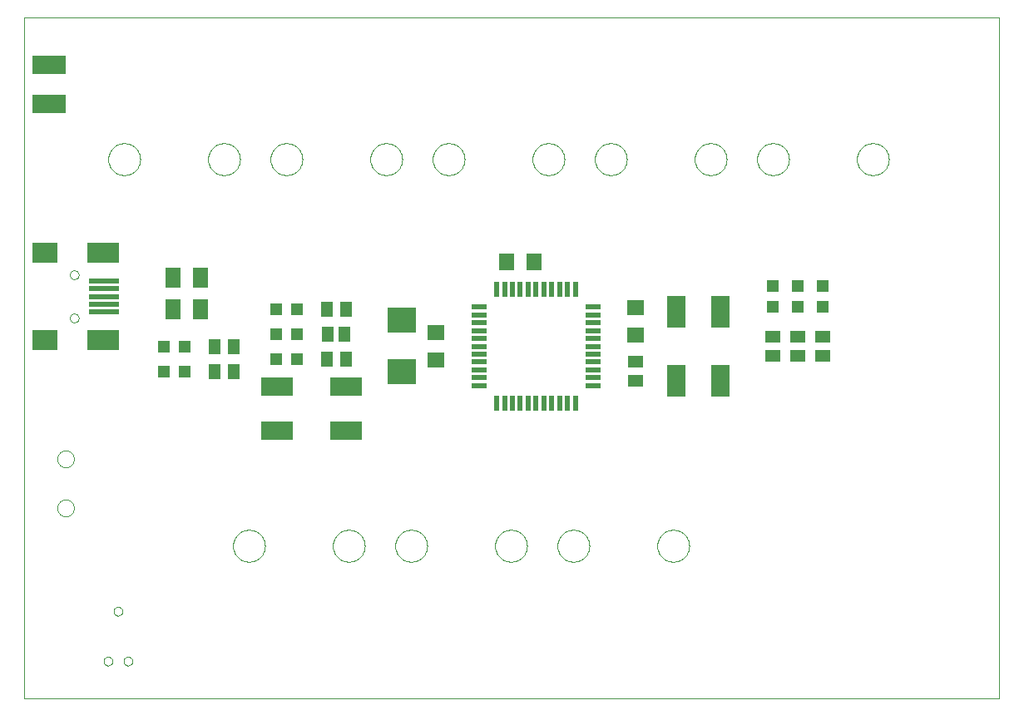
<source format=gtp>
G75*
%MOIN*%
%OFA0B0*%
%FSLAX24Y24*%
%IPPOS*%
%LPD*%
%AMOC8*
5,1,8,0,0,1.08239X$1,22.5*
%
%ADD10C,0.0000*%
%ADD11R,0.0472X0.0472*%
%ADD12R,0.0512X0.0591*%
%ADD13R,0.1339X0.0748*%
%ADD14R,0.0709X0.0630*%
%ADD15R,0.0197X0.0591*%
%ADD16R,0.0591X0.0197*%
%ADD17R,0.1250X0.0750*%
%ADD18R,0.0710X0.0630*%
%ADD19R,0.0630X0.0512*%
%ADD20R,0.0630X0.0709*%
%ADD21R,0.1181X0.0984*%
%ADD22R,0.0984X0.0787*%
%ADD23R,0.1299X0.0787*%
%ADD24R,0.1220X0.0197*%
%ADD25R,0.0630X0.0787*%
%ADD26R,0.0591X0.0512*%
%ADD27R,0.0750X0.1250*%
D10*
X012596Y000100D02*
X012596Y027396D01*
X051666Y027396D01*
X051666Y000100D01*
X012596Y000100D01*
X015771Y001575D02*
X015773Y001601D01*
X015779Y001627D01*
X015788Y001651D01*
X015801Y001674D01*
X015818Y001694D01*
X015837Y001712D01*
X015859Y001727D01*
X015882Y001738D01*
X015907Y001746D01*
X015933Y001750D01*
X015959Y001750D01*
X015985Y001746D01*
X016010Y001738D01*
X016034Y001727D01*
X016055Y001712D01*
X016074Y001694D01*
X016091Y001674D01*
X016104Y001651D01*
X016113Y001627D01*
X016119Y001601D01*
X016121Y001575D01*
X016119Y001549D01*
X016113Y001523D01*
X016104Y001499D01*
X016091Y001476D01*
X016074Y001456D01*
X016055Y001438D01*
X016033Y001423D01*
X016010Y001412D01*
X015985Y001404D01*
X015959Y001400D01*
X015933Y001400D01*
X015907Y001404D01*
X015882Y001412D01*
X015858Y001423D01*
X015837Y001438D01*
X015818Y001456D01*
X015801Y001476D01*
X015788Y001499D01*
X015779Y001523D01*
X015773Y001549D01*
X015771Y001575D01*
X016571Y001575D02*
X016573Y001601D01*
X016579Y001627D01*
X016588Y001651D01*
X016601Y001674D01*
X016618Y001694D01*
X016637Y001712D01*
X016659Y001727D01*
X016682Y001738D01*
X016707Y001746D01*
X016733Y001750D01*
X016759Y001750D01*
X016785Y001746D01*
X016810Y001738D01*
X016834Y001727D01*
X016855Y001712D01*
X016874Y001694D01*
X016891Y001674D01*
X016904Y001651D01*
X016913Y001627D01*
X016919Y001601D01*
X016921Y001575D01*
X016919Y001549D01*
X016913Y001523D01*
X016904Y001499D01*
X016891Y001476D01*
X016874Y001456D01*
X016855Y001438D01*
X016833Y001423D01*
X016810Y001412D01*
X016785Y001404D01*
X016759Y001400D01*
X016733Y001400D01*
X016707Y001404D01*
X016682Y001412D01*
X016658Y001423D01*
X016637Y001438D01*
X016618Y001456D01*
X016601Y001476D01*
X016588Y001499D01*
X016579Y001523D01*
X016573Y001549D01*
X016571Y001575D01*
X016171Y003575D02*
X016173Y003601D01*
X016179Y003627D01*
X016188Y003651D01*
X016201Y003674D01*
X016218Y003694D01*
X016237Y003712D01*
X016259Y003727D01*
X016282Y003738D01*
X016307Y003746D01*
X016333Y003750D01*
X016359Y003750D01*
X016385Y003746D01*
X016410Y003738D01*
X016434Y003727D01*
X016455Y003712D01*
X016474Y003694D01*
X016491Y003674D01*
X016504Y003651D01*
X016513Y003627D01*
X016519Y003601D01*
X016521Y003575D01*
X016519Y003549D01*
X016513Y003523D01*
X016504Y003499D01*
X016491Y003476D01*
X016474Y003456D01*
X016455Y003438D01*
X016433Y003423D01*
X016410Y003412D01*
X016385Y003404D01*
X016359Y003400D01*
X016333Y003400D01*
X016307Y003404D01*
X016282Y003412D01*
X016258Y003423D01*
X016237Y003438D01*
X016218Y003456D01*
X016201Y003476D01*
X016188Y003499D01*
X016179Y003523D01*
X016173Y003549D01*
X016171Y003575D01*
X020956Y006200D02*
X020958Y006250D01*
X020964Y006300D01*
X020974Y006349D01*
X020987Y006398D01*
X021005Y006445D01*
X021026Y006491D01*
X021050Y006534D01*
X021078Y006576D01*
X021109Y006616D01*
X021143Y006653D01*
X021180Y006687D01*
X021220Y006718D01*
X021262Y006746D01*
X021305Y006770D01*
X021351Y006791D01*
X021398Y006809D01*
X021447Y006822D01*
X021496Y006832D01*
X021546Y006838D01*
X021596Y006840D01*
X021646Y006838D01*
X021696Y006832D01*
X021745Y006822D01*
X021794Y006809D01*
X021841Y006791D01*
X021887Y006770D01*
X021930Y006746D01*
X021972Y006718D01*
X022012Y006687D01*
X022049Y006653D01*
X022083Y006616D01*
X022114Y006576D01*
X022142Y006534D01*
X022166Y006491D01*
X022187Y006445D01*
X022205Y006398D01*
X022218Y006349D01*
X022228Y006300D01*
X022234Y006250D01*
X022236Y006200D01*
X022234Y006150D01*
X022228Y006100D01*
X022218Y006051D01*
X022205Y006002D01*
X022187Y005955D01*
X022166Y005909D01*
X022142Y005866D01*
X022114Y005824D01*
X022083Y005784D01*
X022049Y005747D01*
X022012Y005713D01*
X021972Y005682D01*
X021930Y005654D01*
X021887Y005630D01*
X021841Y005609D01*
X021794Y005591D01*
X021745Y005578D01*
X021696Y005568D01*
X021646Y005562D01*
X021596Y005560D01*
X021546Y005562D01*
X021496Y005568D01*
X021447Y005578D01*
X021398Y005591D01*
X021351Y005609D01*
X021305Y005630D01*
X021262Y005654D01*
X021220Y005682D01*
X021180Y005713D01*
X021143Y005747D01*
X021109Y005784D01*
X021078Y005824D01*
X021050Y005866D01*
X021026Y005909D01*
X021005Y005955D01*
X020987Y006002D01*
X020974Y006051D01*
X020964Y006100D01*
X020958Y006150D01*
X020956Y006200D01*
X024956Y006200D02*
X024958Y006250D01*
X024964Y006300D01*
X024974Y006349D01*
X024987Y006398D01*
X025005Y006445D01*
X025026Y006491D01*
X025050Y006534D01*
X025078Y006576D01*
X025109Y006616D01*
X025143Y006653D01*
X025180Y006687D01*
X025220Y006718D01*
X025262Y006746D01*
X025305Y006770D01*
X025351Y006791D01*
X025398Y006809D01*
X025447Y006822D01*
X025496Y006832D01*
X025546Y006838D01*
X025596Y006840D01*
X025646Y006838D01*
X025696Y006832D01*
X025745Y006822D01*
X025794Y006809D01*
X025841Y006791D01*
X025887Y006770D01*
X025930Y006746D01*
X025972Y006718D01*
X026012Y006687D01*
X026049Y006653D01*
X026083Y006616D01*
X026114Y006576D01*
X026142Y006534D01*
X026166Y006491D01*
X026187Y006445D01*
X026205Y006398D01*
X026218Y006349D01*
X026228Y006300D01*
X026234Y006250D01*
X026236Y006200D01*
X026234Y006150D01*
X026228Y006100D01*
X026218Y006051D01*
X026205Y006002D01*
X026187Y005955D01*
X026166Y005909D01*
X026142Y005866D01*
X026114Y005824D01*
X026083Y005784D01*
X026049Y005747D01*
X026012Y005713D01*
X025972Y005682D01*
X025930Y005654D01*
X025887Y005630D01*
X025841Y005609D01*
X025794Y005591D01*
X025745Y005578D01*
X025696Y005568D01*
X025646Y005562D01*
X025596Y005560D01*
X025546Y005562D01*
X025496Y005568D01*
X025447Y005578D01*
X025398Y005591D01*
X025351Y005609D01*
X025305Y005630D01*
X025262Y005654D01*
X025220Y005682D01*
X025180Y005713D01*
X025143Y005747D01*
X025109Y005784D01*
X025078Y005824D01*
X025050Y005866D01*
X025026Y005909D01*
X025005Y005955D01*
X024987Y006002D01*
X024974Y006051D01*
X024964Y006100D01*
X024958Y006150D01*
X024956Y006200D01*
X027456Y006200D02*
X027458Y006250D01*
X027464Y006300D01*
X027474Y006349D01*
X027487Y006398D01*
X027505Y006445D01*
X027526Y006491D01*
X027550Y006534D01*
X027578Y006576D01*
X027609Y006616D01*
X027643Y006653D01*
X027680Y006687D01*
X027720Y006718D01*
X027762Y006746D01*
X027805Y006770D01*
X027851Y006791D01*
X027898Y006809D01*
X027947Y006822D01*
X027996Y006832D01*
X028046Y006838D01*
X028096Y006840D01*
X028146Y006838D01*
X028196Y006832D01*
X028245Y006822D01*
X028294Y006809D01*
X028341Y006791D01*
X028387Y006770D01*
X028430Y006746D01*
X028472Y006718D01*
X028512Y006687D01*
X028549Y006653D01*
X028583Y006616D01*
X028614Y006576D01*
X028642Y006534D01*
X028666Y006491D01*
X028687Y006445D01*
X028705Y006398D01*
X028718Y006349D01*
X028728Y006300D01*
X028734Y006250D01*
X028736Y006200D01*
X028734Y006150D01*
X028728Y006100D01*
X028718Y006051D01*
X028705Y006002D01*
X028687Y005955D01*
X028666Y005909D01*
X028642Y005866D01*
X028614Y005824D01*
X028583Y005784D01*
X028549Y005747D01*
X028512Y005713D01*
X028472Y005682D01*
X028430Y005654D01*
X028387Y005630D01*
X028341Y005609D01*
X028294Y005591D01*
X028245Y005578D01*
X028196Y005568D01*
X028146Y005562D01*
X028096Y005560D01*
X028046Y005562D01*
X027996Y005568D01*
X027947Y005578D01*
X027898Y005591D01*
X027851Y005609D01*
X027805Y005630D01*
X027762Y005654D01*
X027720Y005682D01*
X027680Y005713D01*
X027643Y005747D01*
X027609Y005784D01*
X027578Y005824D01*
X027550Y005866D01*
X027526Y005909D01*
X027505Y005955D01*
X027487Y006002D01*
X027474Y006051D01*
X027464Y006100D01*
X027458Y006150D01*
X027456Y006200D01*
X031456Y006200D02*
X031458Y006250D01*
X031464Y006300D01*
X031474Y006349D01*
X031487Y006398D01*
X031505Y006445D01*
X031526Y006491D01*
X031550Y006534D01*
X031578Y006576D01*
X031609Y006616D01*
X031643Y006653D01*
X031680Y006687D01*
X031720Y006718D01*
X031762Y006746D01*
X031805Y006770D01*
X031851Y006791D01*
X031898Y006809D01*
X031947Y006822D01*
X031996Y006832D01*
X032046Y006838D01*
X032096Y006840D01*
X032146Y006838D01*
X032196Y006832D01*
X032245Y006822D01*
X032294Y006809D01*
X032341Y006791D01*
X032387Y006770D01*
X032430Y006746D01*
X032472Y006718D01*
X032512Y006687D01*
X032549Y006653D01*
X032583Y006616D01*
X032614Y006576D01*
X032642Y006534D01*
X032666Y006491D01*
X032687Y006445D01*
X032705Y006398D01*
X032718Y006349D01*
X032728Y006300D01*
X032734Y006250D01*
X032736Y006200D01*
X032734Y006150D01*
X032728Y006100D01*
X032718Y006051D01*
X032705Y006002D01*
X032687Y005955D01*
X032666Y005909D01*
X032642Y005866D01*
X032614Y005824D01*
X032583Y005784D01*
X032549Y005747D01*
X032512Y005713D01*
X032472Y005682D01*
X032430Y005654D01*
X032387Y005630D01*
X032341Y005609D01*
X032294Y005591D01*
X032245Y005578D01*
X032196Y005568D01*
X032146Y005562D01*
X032096Y005560D01*
X032046Y005562D01*
X031996Y005568D01*
X031947Y005578D01*
X031898Y005591D01*
X031851Y005609D01*
X031805Y005630D01*
X031762Y005654D01*
X031720Y005682D01*
X031680Y005713D01*
X031643Y005747D01*
X031609Y005784D01*
X031578Y005824D01*
X031550Y005866D01*
X031526Y005909D01*
X031505Y005955D01*
X031487Y006002D01*
X031474Y006051D01*
X031464Y006100D01*
X031458Y006150D01*
X031456Y006200D01*
X033956Y006200D02*
X033958Y006250D01*
X033964Y006300D01*
X033974Y006349D01*
X033987Y006398D01*
X034005Y006445D01*
X034026Y006491D01*
X034050Y006534D01*
X034078Y006576D01*
X034109Y006616D01*
X034143Y006653D01*
X034180Y006687D01*
X034220Y006718D01*
X034262Y006746D01*
X034305Y006770D01*
X034351Y006791D01*
X034398Y006809D01*
X034447Y006822D01*
X034496Y006832D01*
X034546Y006838D01*
X034596Y006840D01*
X034646Y006838D01*
X034696Y006832D01*
X034745Y006822D01*
X034794Y006809D01*
X034841Y006791D01*
X034887Y006770D01*
X034930Y006746D01*
X034972Y006718D01*
X035012Y006687D01*
X035049Y006653D01*
X035083Y006616D01*
X035114Y006576D01*
X035142Y006534D01*
X035166Y006491D01*
X035187Y006445D01*
X035205Y006398D01*
X035218Y006349D01*
X035228Y006300D01*
X035234Y006250D01*
X035236Y006200D01*
X035234Y006150D01*
X035228Y006100D01*
X035218Y006051D01*
X035205Y006002D01*
X035187Y005955D01*
X035166Y005909D01*
X035142Y005866D01*
X035114Y005824D01*
X035083Y005784D01*
X035049Y005747D01*
X035012Y005713D01*
X034972Y005682D01*
X034930Y005654D01*
X034887Y005630D01*
X034841Y005609D01*
X034794Y005591D01*
X034745Y005578D01*
X034696Y005568D01*
X034646Y005562D01*
X034596Y005560D01*
X034546Y005562D01*
X034496Y005568D01*
X034447Y005578D01*
X034398Y005591D01*
X034351Y005609D01*
X034305Y005630D01*
X034262Y005654D01*
X034220Y005682D01*
X034180Y005713D01*
X034143Y005747D01*
X034109Y005784D01*
X034078Y005824D01*
X034050Y005866D01*
X034026Y005909D01*
X034005Y005955D01*
X033987Y006002D01*
X033974Y006051D01*
X033964Y006100D01*
X033958Y006150D01*
X033956Y006200D01*
X037956Y006200D02*
X037958Y006250D01*
X037964Y006300D01*
X037974Y006349D01*
X037987Y006398D01*
X038005Y006445D01*
X038026Y006491D01*
X038050Y006534D01*
X038078Y006576D01*
X038109Y006616D01*
X038143Y006653D01*
X038180Y006687D01*
X038220Y006718D01*
X038262Y006746D01*
X038305Y006770D01*
X038351Y006791D01*
X038398Y006809D01*
X038447Y006822D01*
X038496Y006832D01*
X038546Y006838D01*
X038596Y006840D01*
X038646Y006838D01*
X038696Y006832D01*
X038745Y006822D01*
X038794Y006809D01*
X038841Y006791D01*
X038887Y006770D01*
X038930Y006746D01*
X038972Y006718D01*
X039012Y006687D01*
X039049Y006653D01*
X039083Y006616D01*
X039114Y006576D01*
X039142Y006534D01*
X039166Y006491D01*
X039187Y006445D01*
X039205Y006398D01*
X039218Y006349D01*
X039228Y006300D01*
X039234Y006250D01*
X039236Y006200D01*
X039234Y006150D01*
X039228Y006100D01*
X039218Y006051D01*
X039205Y006002D01*
X039187Y005955D01*
X039166Y005909D01*
X039142Y005866D01*
X039114Y005824D01*
X039083Y005784D01*
X039049Y005747D01*
X039012Y005713D01*
X038972Y005682D01*
X038930Y005654D01*
X038887Y005630D01*
X038841Y005609D01*
X038794Y005591D01*
X038745Y005578D01*
X038696Y005568D01*
X038646Y005562D01*
X038596Y005560D01*
X038546Y005562D01*
X038496Y005568D01*
X038447Y005578D01*
X038398Y005591D01*
X038351Y005609D01*
X038305Y005630D01*
X038262Y005654D01*
X038220Y005682D01*
X038180Y005713D01*
X038143Y005747D01*
X038109Y005784D01*
X038078Y005824D01*
X038050Y005866D01*
X038026Y005909D01*
X038005Y005955D01*
X037987Y006002D01*
X037974Y006051D01*
X037964Y006100D01*
X037958Y006150D01*
X037956Y006200D01*
X014419Y015334D02*
X014421Y015360D01*
X014427Y015386D01*
X014437Y015411D01*
X014450Y015434D01*
X014466Y015454D01*
X014486Y015472D01*
X014508Y015487D01*
X014531Y015499D01*
X014557Y015507D01*
X014583Y015511D01*
X014609Y015511D01*
X014635Y015507D01*
X014661Y015499D01*
X014685Y015487D01*
X014706Y015472D01*
X014726Y015454D01*
X014742Y015434D01*
X014755Y015411D01*
X014765Y015386D01*
X014771Y015360D01*
X014773Y015334D01*
X014771Y015308D01*
X014765Y015282D01*
X014755Y015257D01*
X014742Y015234D01*
X014726Y015214D01*
X014706Y015196D01*
X014684Y015181D01*
X014661Y015169D01*
X014635Y015161D01*
X014609Y015157D01*
X014583Y015157D01*
X014557Y015161D01*
X014531Y015169D01*
X014507Y015181D01*
X014486Y015196D01*
X014466Y015214D01*
X014450Y015234D01*
X014437Y015257D01*
X014427Y015282D01*
X014421Y015308D01*
X014419Y015334D01*
X014419Y017066D02*
X014421Y017092D01*
X014427Y017118D01*
X014437Y017143D01*
X014450Y017166D01*
X014466Y017186D01*
X014486Y017204D01*
X014508Y017219D01*
X014531Y017231D01*
X014557Y017239D01*
X014583Y017243D01*
X014609Y017243D01*
X014635Y017239D01*
X014661Y017231D01*
X014685Y017219D01*
X014706Y017204D01*
X014726Y017186D01*
X014742Y017166D01*
X014755Y017143D01*
X014765Y017118D01*
X014771Y017092D01*
X014773Y017066D01*
X014771Y017040D01*
X014765Y017014D01*
X014755Y016989D01*
X014742Y016966D01*
X014726Y016946D01*
X014706Y016928D01*
X014684Y016913D01*
X014661Y016901D01*
X014635Y016893D01*
X014609Y016889D01*
X014583Y016889D01*
X014557Y016893D01*
X014531Y016901D01*
X014507Y016913D01*
X014486Y016928D01*
X014466Y016946D01*
X014450Y016966D01*
X014437Y016989D01*
X014427Y017014D01*
X014421Y017040D01*
X014419Y017066D01*
X015956Y021700D02*
X015958Y021750D01*
X015964Y021800D01*
X015974Y021849D01*
X015987Y021898D01*
X016005Y021945D01*
X016026Y021991D01*
X016050Y022034D01*
X016078Y022076D01*
X016109Y022116D01*
X016143Y022153D01*
X016180Y022187D01*
X016220Y022218D01*
X016262Y022246D01*
X016305Y022270D01*
X016351Y022291D01*
X016398Y022309D01*
X016447Y022322D01*
X016496Y022332D01*
X016546Y022338D01*
X016596Y022340D01*
X016646Y022338D01*
X016696Y022332D01*
X016745Y022322D01*
X016794Y022309D01*
X016841Y022291D01*
X016887Y022270D01*
X016930Y022246D01*
X016972Y022218D01*
X017012Y022187D01*
X017049Y022153D01*
X017083Y022116D01*
X017114Y022076D01*
X017142Y022034D01*
X017166Y021991D01*
X017187Y021945D01*
X017205Y021898D01*
X017218Y021849D01*
X017228Y021800D01*
X017234Y021750D01*
X017236Y021700D01*
X017234Y021650D01*
X017228Y021600D01*
X017218Y021551D01*
X017205Y021502D01*
X017187Y021455D01*
X017166Y021409D01*
X017142Y021366D01*
X017114Y021324D01*
X017083Y021284D01*
X017049Y021247D01*
X017012Y021213D01*
X016972Y021182D01*
X016930Y021154D01*
X016887Y021130D01*
X016841Y021109D01*
X016794Y021091D01*
X016745Y021078D01*
X016696Y021068D01*
X016646Y021062D01*
X016596Y021060D01*
X016546Y021062D01*
X016496Y021068D01*
X016447Y021078D01*
X016398Y021091D01*
X016351Y021109D01*
X016305Y021130D01*
X016262Y021154D01*
X016220Y021182D01*
X016180Y021213D01*
X016143Y021247D01*
X016109Y021284D01*
X016078Y021324D01*
X016050Y021366D01*
X016026Y021409D01*
X016005Y021455D01*
X015987Y021502D01*
X015974Y021551D01*
X015964Y021600D01*
X015958Y021650D01*
X015956Y021700D01*
X019956Y021700D02*
X019958Y021750D01*
X019964Y021800D01*
X019974Y021849D01*
X019987Y021898D01*
X020005Y021945D01*
X020026Y021991D01*
X020050Y022034D01*
X020078Y022076D01*
X020109Y022116D01*
X020143Y022153D01*
X020180Y022187D01*
X020220Y022218D01*
X020262Y022246D01*
X020305Y022270D01*
X020351Y022291D01*
X020398Y022309D01*
X020447Y022322D01*
X020496Y022332D01*
X020546Y022338D01*
X020596Y022340D01*
X020646Y022338D01*
X020696Y022332D01*
X020745Y022322D01*
X020794Y022309D01*
X020841Y022291D01*
X020887Y022270D01*
X020930Y022246D01*
X020972Y022218D01*
X021012Y022187D01*
X021049Y022153D01*
X021083Y022116D01*
X021114Y022076D01*
X021142Y022034D01*
X021166Y021991D01*
X021187Y021945D01*
X021205Y021898D01*
X021218Y021849D01*
X021228Y021800D01*
X021234Y021750D01*
X021236Y021700D01*
X021234Y021650D01*
X021228Y021600D01*
X021218Y021551D01*
X021205Y021502D01*
X021187Y021455D01*
X021166Y021409D01*
X021142Y021366D01*
X021114Y021324D01*
X021083Y021284D01*
X021049Y021247D01*
X021012Y021213D01*
X020972Y021182D01*
X020930Y021154D01*
X020887Y021130D01*
X020841Y021109D01*
X020794Y021091D01*
X020745Y021078D01*
X020696Y021068D01*
X020646Y021062D01*
X020596Y021060D01*
X020546Y021062D01*
X020496Y021068D01*
X020447Y021078D01*
X020398Y021091D01*
X020351Y021109D01*
X020305Y021130D01*
X020262Y021154D01*
X020220Y021182D01*
X020180Y021213D01*
X020143Y021247D01*
X020109Y021284D01*
X020078Y021324D01*
X020050Y021366D01*
X020026Y021409D01*
X020005Y021455D01*
X019987Y021502D01*
X019974Y021551D01*
X019964Y021600D01*
X019958Y021650D01*
X019956Y021700D01*
X022456Y021700D02*
X022458Y021750D01*
X022464Y021800D01*
X022474Y021849D01*
X022487Y021898D01*
X022505Y021945D01*
X022526Y021991D01*
X022550Y022034D01*
X022578Y022076D01*
X022609Y022116D01*
X022643Y022153D01*
X022680Y022187D01*
X022720Y022218D01*
X022762Y022246D01*
X022805Y022270D01*
X022851Y022291D01*
X022898Y022309D01*
X022947Y022322D01*
X022996Y022332D01*
X023046Y022338D01*
X023096Y022340D01*
X023146Y022338D01*
X023196Y022332D01*
X023245Y022322D01*
X023294Y022309D01*
X023341Y022291D01*
X023387Y022270D01*
X023430Y022246D01*
X023472Y022218D01*
X023512Y022187D01*
X023549Y022153D01*
X023583Y022116D01*
X023614Y022076D01*
X023642Y022034D01*
X023666Y021991D01*
X023687Y021945D01*
X023705Y021898D01*
X023718Y021849D01*
X023728Y021800D01*
X023734Y021750D01*
X023736Y021700D01*
X023734Y021650D01*
X023728Y021600D01*
X023718Y021551D01*
X023705Y021502D01*
X023687Y021455D01*
X023666Y021409D01*
X023642Y021366D01*
X023614Y021324D01*
X023583Y021284D01*
X023549Y021247D01*
X023512Y021213D01*
X023472Y021182D01*
X023430Y021154D01*
X023387Y021130D01*
X023341Y021109D01*
X023294Y021091D01*
X023245Y021078D01*
X023196Y021068D01*
X023146Y021062D01*
X023096Y021060D01*
X023046Y021062D01*
X022996Y021068D01*
X022947Y021078D01*
X022898Y021091D01*
X022851Y021109D01*
X022805Y021130D01*
X022762Y021154D01*
X022720Y021182D01*
X022680Y021213D01*
X022643Y021247D01*
X022609Y021284D01*
X022578Y021324D01*
X022550Y021366D01*
X022526Y021409D01*
X022505Y021455D01*
X022487Y021502D01*
X022474Y021551D01*
X022464Y021600D01*
X022458Y021650D01*
X022456Y021700D01*
X026456Y021700D02*
X026458Y021750D01*
X026464Y021800D01*
X026474Y021849D01*
X026487Y021898D01*
X026505Y021945D01*
X026526Y021991D01*
X026550Y022034D01*
X026578Y022076D01*
X026609Y022116D01*
X026643Y022153D01*
X026680Y022187D01*
X026720Y022218D01*
X026762Y022246D01*
X026805Y022270D01*
X026851Y022291D01*
X026898Y022309D01*
X026947Y022322D01*
X026996Y022332D01*
X027046Y022338D01*
X027096Y022340D01*
X027146Y022338D01*
X027196Y022332D01*
X027245Y022322D01*
X027294Y022309D01*
X027341Y022291D01*
X027387Y022270D01*
X027430Y022246D01*
X027472Y022218D01*
X027512Y022187D01*
X027549Y022153D01*
X027583Y022116D01*
X027614Y022076D01*
X027642Y022034D01*
X027666Y021991D01*
X027687Y021945D01*
X027705Y021898D01*
X027718Y021849D01*
X027728Y021800D01*
X027734Y021750D01*
X027736Y021700D01*
X027734Y021650D01*
X027728Y021600D01*
X027718Y021551D01*
X027705Y021502D01*
X027687Y021455D01*
X027666Y021409D01*
X027642Y021366D01*
X027614Y021324D01*
X027583Y021284D01*
X027549Y021247D01*
X027512Y021213D01*
X027472Y021182D01*
X027430Y021154D01*
X027387Y021130D01*
X027341Y021109D01*
X027294Y021091D01*
X027245Y021078D01*
X027196Y021068D01*
X027146Y021062D01*
X027096Y021060D01*
X027046Y021062D01*
X026996Y021068D01*
X026947Y021078D01*
X026898Y021091D01*
X026851Y021109D01*
X026805Y021130D01*
X026762Y021154D01*
X026720Y021182D01*
X026680Y021213D01*
X026643Y021247D01*
X026609Y021284D01*
X026578Y021324D01*
X026550Y021366D01*
X026526Y021409D01*
X026505Y021455D01*
X026487Y021502D01*
X026474Y021551D01*
X026464Y021600D01*
X026458Y021650D01*
X026456Y021700D01*
X028956Y021700D02*
X028958Y021750D01*
X028964Y021800D01*
X028974Y021849D01*
X028987Y021898D01*
X029005Y021945D01*
X029026Y021991D01*
X029050Y022034D01*
X029078Y022076D01*
X029109Y022116D01*
X029143Y022153D01*
X029180Y022187D01*
X029220Y022218D01*
X029262Y022246D01*
X029305Y022270D01*
X029351Y022291D01*
X029398Y022309D01*
X029447Y022322D01*
X029496Y022332D01*
X029546Y022338D01*
X029596Y022340D01*
X029646Y022338D01*
X029696Y022332D01*
X029745Y022322D01*
X029794Y022309D01*
X029841Y022291D01*
X029887Y022270D01*
X029930Y022246D01*
X029972Y022218D01*
X030012Y022187D01*
X030049Y022153D01*
X030083Y022116D01*
X030114Y022076D01*
X030142Y022034D01*
X030166Y021991D01*
X030187Y021945D01*
X030205Y021898D01*
X030218Y021849D01*
X030228Y021800D01*
X030234Y021750D01*
X030236Y021700D01*
X030234Y021650D01*
X030228Y021600D01*
X030218Y021551D01*
X030205Y021502D01*
X030187Y021455D01*
X030166Y021409D01*
X030142Y021366D01*
X030114Y021324D01*
X030083Y021284D01*
X030049Y021247D01*
X030012Y021213D01*
X029972Y021182D01*
X029930Y021154D01*
X029887Y021130D01*
X029841Y021109D01*
X029794Y021091D01*
X029745Y021078D01*
X029696Y021068D01*
X029646Y021062D01*
X029596Y021060D01*
X029546Y021062D01*
X029496Y021068D01*
X029447Y021078D01*
X029398Y021091D01*
X029351Y021109D01*
X029305Y021130D01*
X029262Y021154D01*
X029220Y021182D01*
X029180Y021213D01*
X029143Y021247D01*
X029109Y021284D01*
X029078Y021324D01*
X029050Y021366D01*
X029026Y021409D01*
X029005Y021455D01*
X028987Y021502D01*
X028974Y021551D01*
X028964Y021600D01*
X028958Y021650D01*
X028956Y021700D01*
X032956Y021700D02*
X032958Y021750D01*
X032964Y021800D01*
X032974Y021849D01*
X032987Y021898D01*
X033005Y021945D01*
X033026Y021991D01*
X033050Y022034D01*
X033078Y022076D01*
X033109Y022116D01*
X033143Y022153D01*
X033180Y022187D01*
X033220Y022218D01*
X033262Y022246D01*
X033305Y022270D01*
X033351Y022291D01*
X033398Y022309D01*
X033447Y022322D01*
X033496Y022332D01*
X033546Y022338D01*
X033596Y022340D01*
X033646Y022338D01*
X033696Y022332D01*
X033745Y022322D01*
X033794Y022309D01*
X033841Y022291D01*
X033887Y022270D01*
X033930Y022246D01*
X033972Y022218D01*
X034012Y022187D01*
X034049Y022153D01*
X034083Y022116D01*
X034114Y022076D01*
X034142Y022034D01*
X034166Y021991D01*
X034187Y021945D01*
X034205Y021898D01*
X034218Y021849D01*
X034228Y021800D01*
X034234Y021750D01*
X034236Y021700D01*
X034234Y021650D01*
X034228Y021600D01*
X034218Y021551D01*
X034205Y021502D01*
X034187Y021455D01*
X034166Y021409D01*
X034142Y021366D01*
X034114Y021324D01*
X034083Y021284D01*
X034049Y021247D01*
X034012Y021213D01*
X033972Y021182D01*
X033930Y021154D01*
X033887Y021130D01*
X033841Y021109D01*
X033794Y021091D01*
X033745Y021078D01*
X033696Y021068D01*
X033646Y021062D01*
X033596Y021060D01*
X033546Y021062D01*
X033496Y021068D01*
X033447Y021078D01*
X033398Y021091D01*
X033351Y021109D01*
X033305Y021130D01*
X033262Y021154D01*
X033220Y021182D01*
X033180Y021213D01*
X033143Y021247D01*
X033109Y021284D01*
X033078Y021324D01*
X033050Y021366D01*
X033026Y021409D01*
X033005Y021455D01*
X032987Y021502D01*
X032974Y021551D01*
X032964Y021600D01*
X032958Y021650D01*
X032956Y021700D01*
X035456Y021700D02*
X035458Y021750D01*
X035464Y021800D01*
X035474Y021849D01*
X035487Y021898D01*
X035505Y021945D01*
X035526Y021991D01*
X035550Y022034D01*
X035578Y022076D01*
X035609Y022116D01*
X035643Y022153D01*
X035680Y022187D01*
X035720Y022218D01*
X035762Y022246D01*
X035805Y022270D01*
X035851Y022291D01*
X035898Y022309D01*
X035947Y022322D01*
X035996Y022332D01*
X036046Y022338D01*
X036096Y022340D01*
X036146Y022338D01*
X036196Y022332D01*
X036245Y022322D01*
X036294Y022309D01*
X036341Y022291D01*
X036387Y022270D01*
X036430Y022246D01*
X036472Y022218D01*
X036512Y022187D01*
X036549Y022153D01*
X036583Y022116D01*
X036614Y022076D01*
X036642Y022034D01*
X036666Y021991D01*
X036687Y021945D01*
X036705Y021898D01*
X036718Y021849D01*
X036728Y021800D01*
X036734Y021750D01*
X036736Y021700D01*
X036734Y021650D01*
X036728Y021600D01*
X036718Y021551D01*
X036705Y021502D01*
X036687Y021455D01*
X036666Y021409D01*
X036642Y021366D01*
X036614Y021324D01*
X036583Y021284D01*
X036549Y021247D01*
X036512Y021213D01*
X036472Y021182D01*
X036430Y021154D01*
X036387Y021130D01*
X036341Y021109D01*
X036294Y021091D01*
X036245Y021078D01*
X036196Y021068D01*
X036146Y021062D01*
X036096Y021060D01*
X036046Y021062D01*
X035996Y021068D01*
X035947Y021078D01*
X035898Y021091D01*
X035851Y021109D01*
X035805Y021130D01*
X035762Y021154D01*
X035720Y021182D01*
X035680Y021213D01*
X035643Y021247D01*
X035609Y021284D01*
X035578Y021324D01*
X035550Y021366D01*
X035526Y021409D01*
X035505Y021455D01*
X035487Y021502D01*
X035474Y021551D01*
X035464Y021600D01*
X035458Y021650D01*
X035456Y021700D01*
X039456Y021700D02*
X039458Y021750D01*
X039464Y021800D01*
X039474Y021849D01*
X039487Y021898D01*
X039505Y021945D01*
X039526Y021991D01*
X039550Y022034D01*
X039578Y022076D01*
X039609Y022116D01*
X039643Y022153D01*
X039680Y022187D01*
X039720Y022218D01*
X039762Y022246D01*
X039805Y022270D01*
X039851Y022291D01*
X039898Y022309D01*
X039947Y022322D01*
X039996Y022332D01*
X040046Y022338D01*
X040096Y022340D01*
X040146Y022338D01*
X040196Y022332D01*
X040245Y022322D01*
X040294Y022309D01*
X040341Y022291D01*
X040387Y022270D01*
X040430Y022246D01*
X040472Y022218D01*
X040512Y022187D01*
X040549Y022153D01*
X040583Y022116D01*
X040614Y022076D01*
X040642Y022034D01*
X040666Y021991D01*
X040687Y021945D01*
X040705Y021898D01*
X040718Y021849D01*
X040728Y021800D01*
X040734Y021750D01*
X040736Y021700D01*
X040734Y021650D01*
X040728Y021600D01*
X040718Y021551D01*
X040705Y021502D01*
X040687Y021455D01*
X040666Y021409D01*
X040642Y021366D01*
X040614Y021324D01*
X040583Y021284D01*
X040549Y021247D01*
X040512Y021213D01*
X040472Y021182D01*
X040430Y021154D01*
X040387Y021130D01*
X040341Y021109D01*
X040294Y021091D01*
X040245Y021078D01*
X040196Y021068D01*
X040146Y021062D01*
X040096Y021060D01*
X040046Y021062D01*
X039996Y021068D01*
X039947Y021078D01*
X039898Y021091D01*
X039851Y021109D01*
X039805Y021130D01*
X039762Y021154D01*
X039720Y021182D01*
X039680Y021213D01*
X039643Y021247D01*
X039609Y021284D01*
X039578Y021324D01*
X039550Y021366D01*
X039526Y021409D01*
X039505Y021455D01*
X039487Y021502D01*
X039474Y021551D01*
X039464Y021600D01*
X039458Y021650D01*
X039456Y021700D01*
X041956Y021700D02*
X041958Y021750D01*
X041964Y021800D01*
X041974Y021849D01*
X041987Y021898D01*
X042005Y021945D01*
X042026Y021991D01*
X042050Y022034D01*
X042078Y022076D01*
X042109Y022116D01*
X042143Y022153D01*
X042180Y022187D01*
X042220Y022218D01*
X042262Y022246D01*
X042305Y022270D01*
X042351Y022291D01*
X042398Y022309D01*
X042447Y022322D01*
X042496Y022332D01*
X042546Y022338D01*
X042596Y022340D01*
X042646Y022338D01*
X042696Y022332D01*
X042745Y022322D01*
X042794Y022309D01*
X042841Y022291D01*
X042887Y022270D01*
X042930Y022246D01*
X042972Y022218D01*
X043012Y022187D01*
X043049Y022153D01*
X043083Y022116D01*
X043114Y022076D01*
X043142Y022034D01*
X043166Y021991D01*
X043187Y021945D01*
X043205Y021898D01*
X043218Y021849D01*
X043228Y021800D01*
X043234Y021750D01*
X043236Y021700D01*
X043234Y021650D01*
X043228Y021600D01*
X043218Y021551D01*
X043205Y021502D01*
X043187Y021455D01*
X043166Y021409D01*
X043142Y021366D01*
X043114Y021324D01*
X043083Y021284D01*
X043049Y021247D01*
X043012Y021213D01*
X042972Y021182D01*
X042930Y021154D01*
X042887Y021130D01*
X042841Y021109D01*
X042794Y021091D01*
X042745Y021078D01*
X042696Y021068D01*
X042646Y021062D01*
X042596Y021060D01*
X042546Y021062D01*
X042496Y021068D01*
X042447Y021078D01*
X042398Y021091D01*
X042351Y021109D01*
X042305Y021130D01*
X042262Y021154D01*
X042220Y021182D01*
X042180Y021213D01*
X042143Y021247D01*
X042109Y021284D01*
X042078Y021324D01*
X042050Y021366D01*
X042026Y021409D01*
X042005Y021455D01*
X041987Y021502D01*
X041974Y021551D01*
X041964Y021600D01*
X041958Y021650D01*
X041956Y021700D01*
X045956Y021700D02*
X045958Y021750D01*
X045964Y021800D01*
X045974Y021849D01*
X045987Y021898D01*
X046005Y021945D01*
X046026Y021991D01*
X046050Y022034D01*
X046078Y022076D01*
X046109Y022116D01*
X046143Y022153D01*
X046180Y022187D01*
X046220Y022218D01*
X046262Y022246D01*
X046305Y022270D01*
X046351Y022291D01*
X046398Y022309D01*
X046447Y022322D01*
X046496Y022332D01*
X046546Y022338D01*
X046596Y022340D01*
X046646Y022338D01*
X046696Y022332D01*
X046745Y022322D01*
X046794Y022309D01*
X046841Y022291D01*
X046887Y022270D01*
X046930Y022246D01*
X046972Y022218D01*
X047012Y022187D01*
X047049Y022153D01*
X047083Y022116D01*
X047114Y022076D01*
X047142Y022034D01*
X047166Y021991D01*
X047187Y021945D01*
X047205Y021898D01*
X047218Y021849D01*
X047228Y021800D01*
X047234Y021750D01*
X047236Y021700D01*
X047234Y021650D01*
X047228Y021600D01*
X047218Y021551D01*
X047205Y021502D01*
X047187Y021455D01*
X047166Y021409D01*
X047142Y021366D01*
X047114Y021324D01*
X047083Y021284D01*
X047049Y021247D01*
X047012Y021213D01*
X046972Y021182D01*
X046930Y021154D01*
X046887Y021130D01*
X046841Y021109D01*
X046794Y021091D01*
X046745Y021078D01*
X046696Y021068D01*
X046646Y021062D01*
X046596Y021060D01*
X046546Y021062D01*
X046496Y021068D01*
X046447Y021078D01*
X046398Y021091D01*
X046351Y021109D01*
X046305Y021130D01*
X046262Y021154D01*
X046220Y021182D01*
X046180Y021213D01*
X046143Y021247D01*
X046109Y021284D01*
X046078Y021324D01*
X046050Y021366D01*
X046026Y021409D01*
X046005Y021455D01*
X045987Y021502D01*
X045974Y021551D01*
X045964Y021600D01*
X045958Y021650D01*
X045956Y021700D01*
X013915Y009684D02*
X013917Y009720D01*
X013923Y009756D01*
X013933Y009791D01*
X013946Y009825D01*
X013963Y009857D01*
X013983Y009887D01*
X014007Y009914D01*
X014033Y009939D01*
X014062Y009961D01*
X014093Y009980D01*
X014126Y009995D01*
X014160Y010007D01*
X014196Y010015D01*
X014232Y010019D01*
X014268Y010019D01*
X014304Y010015D01*
X014340Y010007D01*
X014374Y009995D01*
X014407Y009980D01*
X014438Y009961D01*
X014467Y009939D01*
X014493Y009914D01*
X014517Y009887D01*
X014537Y009857D01*
X014554Y009825D01*
X014567Y009791D01*
X014577Y009756D01*
X014583Y009720D01*
X014585Y009684D01*
X014583Y009648D01*
X014577Y009612D01*
X014567Y009577D01*
X014554Y009543D01*
X014537Y009511D01*
X014517Y009481D01*
X014493Y009454D01*
X014467Y009429D01*
X014438Y009407D01*
X014407Y009388D01*
X014374Y009373D01*
X014340Y009361D01*
X014304Y009353D01*
X014268Y009349D01*
X014232Y009349D01*
X014196Y009353D01*
X014160Y009361D01*
X014126Y009373D01*
X014093Y009388D01*
X014062Y009407D01*
X014033Y009429D01*
X014007Y009454D01*
X013983Y009481D01*
X013963Y009511D01*
X013946Y009543D01*
X013933Y009577D01*
X013923Y009612D01*
X013917Y009648D01*
X013915Y009684D01*
X013915Y007716D02*
X013917Y007752D01*
X013923Y007788D01*
X013933Y007823D01*
X013946Y007857D01*
X013963Y007889D01*
X013983Y007919D01*
X014007Y007946D01*
X014033Y007971D01*
X014062Y007993D01*
X014093Y008012D01*
X014126Y008027D01*
X014160Y008039D01*
X014196Y008047D01*
X014232Y008051D01*
X014268Y008051D01*
X014304Y008047D01*
X014340Y008039D01*
X014374Y008027D01*
X014407Y008012D01*
X014438Y007993D01*
X014467Y007971D01*
X014493Y007946D01*
X014517Y007919D01*
X014537Y007889D01*
X014554Y007857D01*
X014567Y007823D01*
X014577Y007788D01*
X014583Y007752D01*
X014585Y007716D01*
X014583Y007680D01*
X014577Y007644D01*
X014567Y007609D01*
X014554Y007575D01*
X014537Y007543D01*
X014517Y007513D01*
X014493Y007486D01*
X014467Y007461D01*
X014438Y007439D01*
X014407Y007420D01*
X014374Y007405D01*
X014340Y007393D01*
X014304Y007385D01*
X014268Y007381D01*
X014232Y007381D01*
X014196Y007385D01*
X014160Y007393D01*
X014126Y007405D01*
X014093Y007420D01*
X014062Y007439D01*
X014033Y007461D01*
X014007Y007486D01*
X013983Y007513D01*
X013963Y007543D01*
X013946Y007575D01*
X013933Y007609D01*
X013923Y007644D01*
X013917Y007680D01*
X013915Y007716D01*
D11*
X018183Y013200D03*
X019010Y013200D03*
X019010Y014200D03*
X018183Y014200D03*
X022683Y013700D03*
X023510Y013700D03*
X023510Y014700D03*
X022683Y014700D03*
X022683Y015700D03*
X023510Y015700D03*
X042596Y015787D03*
X042596Y016613D03*
X043596Y016613D03*
X043596Y015787D03*
X044596Y015787D03*
X044596Y016613D03*
D12*
X025470Y015700D03*
X024722Y015700D03*
X024762Y014700D03*
X025431Y014700D03*
X025470Y013700D03*
X024722Y013700D03*
X020970Y013200D03*
X020222Y013200D03*
X020222Y014200D03*
X020970Y014200D03*
D13*
X013596Y023932D03*
X013596Y025468D03*
D14*
X037096Y015751D03*
X037096Y014649D03*
D15*
X034671Y016483D03*
X034356Y016483D03*
X034041Y016483D03*
X033726Y016483D03*
X033411Y016483D03*
X033096Y016483D03*
X032781Y016483D03*
X032466Y016483D03*
X032151Y016483D03*
X031836Y016483D03*
X031522Y016483D03*
X031522Y011917D03*
X031836Y011917D03*
X032151Y011917D03*
X032466Y011917D03*
X032781Y011917D03*
X033096Y011917D03*
X033411Y011917D03*
X033726Y011917D03*
X034041Y011917D03*
X034356Y011917D03*
X034671Y011917D03*
D16*
X035380Y012625D03*
X035380Y012940D03*
X035380Y013255D03*
X035380Y013570D03*
X035380Y013885D03*
X035380Y014200D03*
X035380Y014515D03*
X035380Y014830D03*
X035380Y015145D03*
X035380Y015460D03*
X035380Y015775D03*
X030813Y015775D03*
X030813Y015460D03*
X030813Y015145D03*
X030813Y014830D03*
X030813Y014515D03*
X030813Y014200D03*
X030813Y013885D03*
X030813Y013570D03*
X030813Y013255D03*
X030813Y012940D03*
X030813Y012625D03*
D17*
X025471Y012575D03*
X025471Y010825D03*
X022721Y010825D03*
X022721Y012575D03*
D18*
X029096Y013640D03*
X029096Y014760D03*
D19*
X037096Y013574D03*
X037096Y012826D03*
D20*
X033023Y017575D03*
X031920Y017575D03*
D21*
X027721Y015249D03*
X027721Y013190D03*
D22*
X013415Y014448D03*
X013415Y017952D03*
D23*
X015738Y017952D03*
X015738Y014448D03*
D24*
X015777Y015570D03*
X015777Y015885D03*
X015777Y016200D03*
X015777Y016515D03*
X015777Y016830D03*
D25*
X018545Y016950D03*
X019648Y016950D03*
X019648Y015700D03*
X018545Y015700D03*
D26*
X042596Y014574D03*
X042596Y013826D03*
X043596Y013826D03*
X043596Y014574D03*
X044596Y014574D03*
X044596Y013826D03*
D27*
X040471Y012825D03*
X038721Y012825D03*
X038721Y015575D03*
X040471Y015575D03*
M02*

</source>
